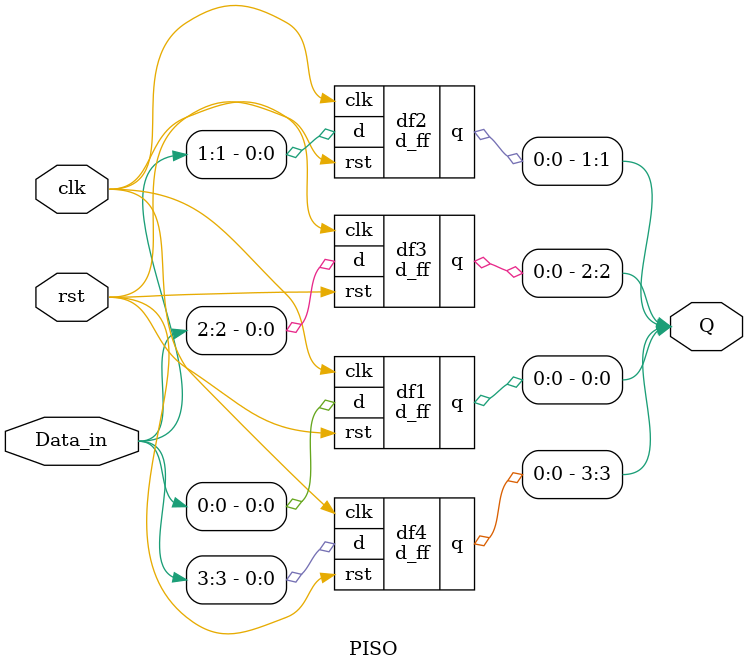
<source format=v>

module d_ff(input d,clk,rst,output reg q );
  always @(posedge clk) begin
    if (rst)
      q<=0;
   else 
      q<=d;
   end
endmodule
//TOP MODULE
module PISO(input [3:0] Data_in,input clk,rst,output [3:0] Q );

  
  d_ff df1(Data_in[0],clk,rst,Q[0]); 
  d_ff df2(Data_in[1],clk,rst,Q[1]);
  d_ff df3(Data_in[2],clk,rst,Q[2]);
  d_ff df4(Data_in[3],clk,rst,Q[3]);
  
    // here LSB is  Q[0] and MSB is Q[3]

endmodule

</source>
